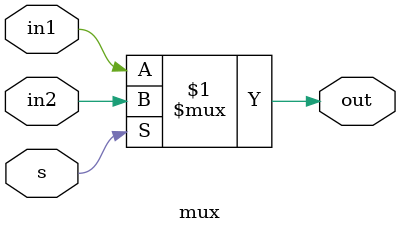
<source format=v>
module mux(in1,in2,s,out);
  input in1,in2;
  input s;
  output out;
  
  assign out = s?in2:in1;
  
endmodule
</source>
